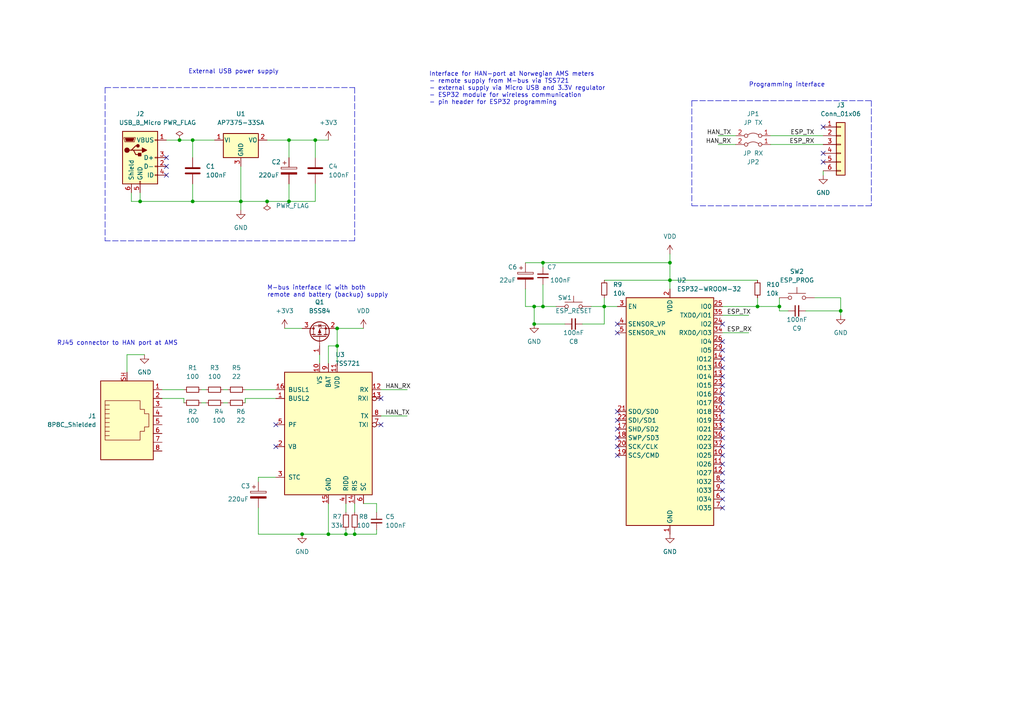
<source format=kicad_sch>
(kicad_sch (version 20211123) (generator eeschema)
  (paper "A4")
  (title_block (title "HAN-port sensor") (date "2022-10-13") (rev "0.1") (company "Robert Braunschweig"))
  (lib_symbols
    (symbol "Connector_Generic:Conn_01x06" (pin_names (offset 1.016) hide)
      (property "Reference" "J" (at 0 7.62 0))
      (property "Value" "Conn_01x06" (at 0 -10.16 0))
      (symbol "Conn_01x06_1_1"
        (rectangle (start -1.27 -7.493) (end 0 -7.747) (stroke (width 0.1524)))
        (rectangle (start -1.27 -4.953) (end 0 -5.207) (stroke (width 0.1524)))
        (rectangle (start -1.27 -2.413) (end 0 -2.667) (stroke (width 0.1524)))
        (rectangle (start -1.27 0.127) (end 0 -0.127) (stroke (width 0.1524)))
        (rectangle (start -1.27 2.667) (end 0 2.413) (stroke (width 0.1524)))
        (rectangle (start -1.27 5.207) (end 0 4.953) (stroke (width 0.1524)))
        (rectangle (start -1.27 6.35) (end 1.27 -8.89) (stroke (width 0.254)) (fill (type background)))
        (pin passive line (at -5.08 5.08 0) (length 3.81) (name "Pin_1") (number "1"))
        (pin passive line (at -5.08 2.54 0) (length 3.81) (name "Pin_2") (number "2"))
        (pin passive line (at -5.08 0 0) (length 3.81) (name "Pin_3") (number "3"))
        (pin passive line (at -5.08 -2.54 0) (length 3.81) (name "Pin_4") (number "4"))
        (pin passive line (at -5.08 -5.08 0) (length 3.81) (name "Pin_5") (number "5"))
        (pin passive line (at -5.08 -7.62 0) (length 3.81) (name "Pin_6") (number "6"))
      )
    )
    (symbol "Device:C" (pin_numbers hide) (pin_names (offset 0.254))
      (property "Reference" "C" (at 0.635 2.54 0))
      (property "Value" "C" (at 0.635 -2.54 0))
      (symbol "C_0_1"
        (polyline (pts (xy -2.032 -0.762) (xy 2.032 -0.762)) (stroke (width 0.508)))
        (polyline (pts (xy -2.032 0.762) (xy 2.032 0.762)) (stroke (width 0.508)))
      )
      (symbol "C_1_1"
        (pin passive line (at 0 3.81 270) (length 2.794) (name "~") (number "1"))
        (pin passive line (at 0 -3.81 90) (length 2.794) (name "~") (number "2"))
      )
    )
    (symbol "Device:C_Polarized" (pin_numbers hide) (pin_names (offset 0.254))
      (property "Reference" "C" (at 0.635 2.54 0))
      (property "Value" "C_Polarized" (at 0.635 -2.54 0))
      (symbol "C_Polarized_0_1"
        (rectangle (start -2.286 0.508) (end 2.286 1.016))
        (polyline (pts (xy -1.778 2.286) (xy -0.762 2.286)))
        (polyline (pts (xy -1.27 2.794) (xy -1.27 1.778)))
        (rectangle (start 2.286 -0.508) (end -2.286 -1.016) (fill (type outline)))
      )
      (symbol "C_Polarized_1_1"
        (pin passive line (at 0 3.81 270) (length 2.794) (name "~") (number "1"))
        (pin passive line (at 0 -3.81 90) (length 2.794) (name "~") (number "2"))
      )
    )
    (symbol "Device:C_Small" (pin_numbers hide) (pin_names (offset 0.254) hide)
      (property "Reference" "C" (at 0.254 1.778 0))
      (property "Value" "C_Small" (at 0.254 -2.032 0))
      (symbol "C_Small_0_1"
        (polyline (pts (xy -1.524 -0.508) (xy 1.524 -0.508)) (stroke (width 0.3302)))
        (polyline (pts (xy -1.524 0.508) (xy 1.524 0.508)) (stroke (width 0.3048)))
      )
      (symbol "C_Small_1_1"
        (pin passive line (at 0 2.54 270) (length 2.032) (name "~") (number "1"))
        (pin passive line (at 0 -2.54 90) (length 2.032) (name "~") (number "2"))
      )
    )
    (symbol "Device:R_Small" (pin_numbers hide) (pin_names (offset 0.254) hide)
      (property "Reference" "R" (at 0.762 0.508 0))
      (property "Value" "R_Small" (at 0.762 -1.016 0))
      (symbol "R_Small_0_1"
        (rectangle (start -0.762 1.778) (end 0.762 -1.778) (stroke (width 0.2032)))
      )
      (symbol "R_Small_1_1"
        (pin passive line (at 0 2.54 270) (length 0.762) (name "~") (number "1"))
        (pin passive line (at 0 -2.54 90) (length 0.762) (name "~") (number "2"))
      )
    )
    (symbol "Jumper:Jumper_2_Bridged" (pin_names (offset 0) hide)
      (property "Reference" "JP" (at 0 1.905 0))
      (property "Value" "Jumper_2_Bridged" (at 0 -2.54 0))
      (symbol "Jumper_2_Bridged_0_0"
        (circle (center -2.032 0) (radius 0.508))
        (circle (center 2.032 0) (radius 0.508))
      )
      (symbol "Jumper_2_Bridged_0_1"
        (arc (start 1.524 0.254) (mid 0 0.762) (end -1.524 0.254))
      )
      (symbol "Jumper_2_Bridged_1_1"
        (pin passive line (at -5.08 0 0) (length 2.54) (name "A") (number "1"))
        (pin passive line (at 5.08 0 180) (length 2.54) (name "B") (number "2"))
      )
    )
    (symbol "RF_Module:ESP32-WROOM-32"
      (property "Reference" "U" (at -12.7 34.29 0))
      (property "Value" "ESP32-WROOM-32" (at 1.27 34.29 0))
      (symbol "ESP32-WROOM-32_0_1"
        (rectangle (start -12.7 33.02) (end 12.7 -33.02) (stroke (width 0.254)) (fill (type background)))
      )
      (symbol "ESP32-WROOM-32_1_1"
        (pin power_in line (at 0 -35.56 90) (length 2.54) (name "GND") (number "1"))
        (pin bidirectional line (at 15.24 -12.7 180) (length 2.54) (name "IO25") (number "10"))
        (pin bidirectional line (at 15.24 -15.24 180) (length 2.54) (name "IO26") (number "11"))
        (pin bidirectional line (at 15.24 -17.78 180) (length 2.54) (name "IO27") (number "12"))
        (pin bidirectional line (at 15.24 10.16 180) (length 2.54) (name "IO14") (number "13"))
        (pin bidirectional line (at 15.24 15.24 180) (length 2.54) (name "IO12") (number "14"))
        (pin passive line (at 0 -35.56 90) (length 2.54) hide (name "GND") (number "15"))
        (pin bidirectional line (at 15.24 12.7 180) (length 2.54) (name "IO13") (number "16"))
        (pin bidirectional line (at -15.24 -5.08 0) (length 2.54) (name "SHD/SD2") (number "17"))
        (pin bidirectional line (at -15.24 -7.62 0) (length 2.54) (name "SWP/SD3") (number "18"))
        (pin bidirectional line (at -15.24 -12.7 0) (length 2.54) (name "SCS/CMD") (number "19"))
        (pin power_in line (at 0 35.56 270) (length 2.54) (name "VDD") (number "2"))
        (pin bidirectional line (at -15.24 -10.16 0) (length 2.54) (name "SCK/CLK") (number "20"))
        (pin bidirectional line (at -15.24 0 0) (length 2.54) (name "SDO/SD0") (number "21"))
        (pin bidirectional line (at -15.24 -2.54 0) (length 2.54) (name "SDI/SD1") (number "22"))
        (pin bidirectional line (at 15.24 7.62 180) (length 2.54) (name "IO15") (number "23"))
        (pin bidirectional line (at 15.24 25.4 180) (length 2.54) (name "IO2") (number "24"))
        (pin bidirectional line (at 15.24 30.48 180) (length 2.54) (name "IO0") (number "25"))
        (pin bidirectional line (at 15.24 20.32 180) (length 2.54) (name "IO4") (number "26"))
        (pin bidirectional line (at 15.24 5.08 180) (length 2.54) (name "IO16") (number "27"))
        (pin bidirectional line (at 15.24 2.54 180) (length 2.54) (name "IO17") (number "28"))
        (pin bidirectional line (at 15.24 17.78 180) (length 2.54) (name "IO5") (number "29"))
        (pin input line (at -15.24 30.48 0) (length 2.54) (name "EN") (number "3"))
        (pin bidirectional line (at 15.24 0 180) (length 2.54) (name "IO18") (number "30"))
        (pin bidirectional line (at 15.24 -2.54 180) (length 2.54) (name "IO19") (number "31"))
        (pin no_connect line (at -12.7 -27.94 0) (length 2.54) hide (name "NC") (number "32"))
        (pin bidirectional line (at 15.24 -5.08 180) (length 2.54) (name "IO21") (number "33"))
        (pin bidirectional line (at 15.24 22.86 180) (length 2.54) (name "RXD0/IO3") (number "34"))
        (pin bidirectional line (at 15.24 27.94 180) (length 2.54) (name "TXD0/IO1") (number "35"))
        (pin bidirectional line (at 15.24 -7.62 180) (length 2.54) (name "IO22") (number "36"))
        (pin bidirectional line (at 15.24 -10.16 180) (length 2.54) (name "IO23") (number "37"))
        (pin passive line (at 0 -35.56 90) (length 2.54) hide (name "GND") (number "38"))
        (pin passive line (at 0 -35.56 90) (length 2.54) hide (name "GND") (number "39"))
        (pin input line (at -15.24 25.4 0) (length 2.54) (name "SENSOR_VP") (number "4"))
        (pin input line (at -15.24 22.86 0) (length 2.54) (name "SENSOR_VN") (number "5"))
        (pin input line (at 15.24 -25.4 180) (length 2.54) (name "IO34") (number "6"))
        (pin input line (at 15.24 -27.94 180) (length 2.54) (name "IO35") (number "7"))
        (pin bidirectional line (at 15.24 -20.32 180) (length 2.54) (name "IO32") (number "8"))
        (pin bidirectional line (at 15.24 -22.86 180) (length 2.54) (name "IO33") (number "9"))
      )
    )
    (symbol "Switch:SW_Push" (pin_numbers hide) (pin_names (offset 1.016) hide)
      (property "Reference" "SW" (at 1.27 2.54 0))
      (property "Value" "SW_Push" (at 0 -1.524 0))
      (symbol "SW_Push_0_1"
        (circle (center -2.032 0) (radius 0.508))
        (polyline (pts (xy 0 1.27) (xy 0 3.048)))
        (polyline (pts (xy 2.54 1.27) (xy -2.54 1.27)))
        (circle (center 2.032 0) (radius 0.508))
        (pin passive line (at -5.08 0 0) (length 2.54) (name "1") (number "1"))
        (pin passive line (at 5.08 0 180) (length 2.54) (name "2") (number "2"))
      )
    )
    (symbol "han_esp32:8P8C_Shielded" (pin_names (offset 1.016))
      (property "Reference" "J" (at -5.08 13.97 0))
      (property "Value" "8P8C_Shielded" (at 2.54 13.97 0))
      (symbol "8P8C_Shielded_0_1"
        (polyline (pts (xy -5.08 4.445) (xy -6.35 4.445)))
        (polyline (pts (xy -5.08 5.715) (xy -6.35 5.715)))
        (polyline (pts (xy -6.35 -3.175) (xy -5.08 -3.175) (xy -5.08 -3.175)))
        (polyline (pts (xy -6.35 -1.905) (xy -5.08 -1.905) (xy -5.08 -1.905)))
        (polyline (pts (xy -6.35 -0.635) (xy -5.08 -0.635) (xy -5.08 -0.635)))
        (polyline (pts (xy -6.35 0.635) (xy -5.08 0.635) (xy -5.08 0.635)))
        (polyline (pts (xy -6.35 1.905) (xy -5.08 1.905) (xy -5.08 1.905)))
        (polyline (pts (xy -5.08 3.175) (xy -6.35 3.175) (xy -6.35 3.175)))
        (polyline (pts (xy -6.35 -4.445) (xy -6.35 6.985) (xy 3.81 6.985) (xy 3.81 4.445) (xy 5.08 4.445) (xy 5.08 3.175) (xy 6.35 3.175) (xy 6.35 -0.635) (xy 5.08 -0.635) (xy 5.08 -1.905) (xy 3.81 -1.905) (xy 3.81 -4.445) (xy -6.35 -4.445) (xy -6.35 -4.445)))
        (rectangle (start 7.62 12.7) (end -7.62 -10.16) (stroke (width 0.254)) (fill (type background)))
      )
      (symbol "8P8C_Shielded_1_1"
        (pin passive line (at 10.16 -7.62 180) (length 2.54) (name "~") (number "1"))
        (pin passive line (at 10.16 -5.08 180) (length 2.54) (name "~") (number "2"))
        (pin passive line (at 10.16 -2.54 180) (length 2.54) (name "~") (number "3"))
        (pin passive line (at 10.16 0 180) (length 2.54) (name "~") (number "4"))
        (pin passive line (at 10.16 2.54 180) (length 2.54) (name "~") (number "5"))
        (pin passive line (at 10.16 5.08 180) (length 2.54) (name "~") (number "6"))
        (pin passive line (at 10.16 7.62 180) (length 2.54) (name "~") (number "7"))
        (pin passive line (at 10.16 10.16 180) (length 2.54) (name "~") (number "8"))
        (pin passive line (at 0 -12.7 90) (length 2.54) (name "~") (number "SH"))
      )
    )
    (symbol "han_esp32:AP7375-33SA" (pin_names (offset 0.254))
      (property "Reference" "U" (at -3.81 3.175 0))
      (property "Value" "AP7375-33SA" (at 0 3.175 0))
      (symbol "AP7375-33SA_0_1"
        (rectangle (start -5.08 1.905) (end 5.08 -5.08) (stroke (width 0.254)) (fill (type background)))
      )
      (symbol "AP7375-33SA_1_1"
        (pin power_in line (at -7.62 0 0) (length 2.54) (name "VI") (number "1"))
        (pin power_out line (at 7.62 0 180) (length 2.54) (name "VO") (number "2"))
        (pin power_in line (at 0 -7.62 90) (length 2.54) (name "GND") (number "3"))
      )
    )
    (symbol "han_esp32:BSS84" (pin_names hide)
      (property "Reference" "Q" (at 5.08 1.905 0))
      (property "Value" "BSS84" (at 5.08 0 0))
      (symbol "BSS84_0_1"
        (polyline (pts (xy 0.254 0) (xy -2.54 0)))
        (polyline (pts (xy 0.254 1.905) (xy 0.254 -1.905)) (stroke (width 0.254)))
        (polyline (pts (xy 0.762 -1.27) (xy 0.762 -2.286)) (stroke (width 0.254)))
        (polyline (pts (xy 0.762 0.508) (xy 0.762 -0.508)) (stroke (width 0.254)))
        (polyline (pts (xy 0.762 2.286) (xy 0.762 1.27)) (stroke (width 0.254)))
        (polyline (pts (xy 2.54 2.54) (xy 2.54 1.778)))
        (polyline (pts (xy 2.54 -2.54) (xy 2.54 0) (xy 0.762 0)))
        (polyline (pts (xy 0.762 1.778) (xy 3.302 1.778) (xy 3.302 -1.778) (xy 0.762 -1.778)))
        (polyline (pts (xy 2.286 0) (xy 1.27 0.381) (xy 1.27 -0.381) (xy 2.286 0)) (fill (type outline)))
        (polyline (pts (xy 2.794 -0.508) (xy 2.921 -0.381) (xy 3.683 -0.381) (xy 3.81 -0.254)))
        (polyline (pts (xy 3.302 -0.381) (xy 2.921 0.254) (xy 3.683 0.254) (xy 3.302 -0.381)))
        (circle (center 1.651 0) (radius 2.794) (stroke (width 0.254)))
        (circle (center 2.54 -1.778) (radius 0.254) (fill (type outline)))
        (circle (center 2.54 1.778) (radius 0.254) (fill (type outline)))
      )
      (symbol "BSS84_1_1"
        (pin input line (at -5.08 0 0) (length 2.54) (name "G") (number "1"))
        (pin passive line (at 2.54 -5.08 90) (length 2.54) (name "S") (number "2"))
        (pin passive line (at 2.54 5.08 270) (length 2.54) (name "D") (number "3"))
      )
    )
    (symbol "han_esp32:TSS721-tss721" (pin_names (offset 1.016))
      (property "Reference" "U" (at 5.08 21.59 0))
      (property "Value" "TSS721-tss721" (at 5.08 19.05 0))
      (symbol "TSS721-tss721_0_1"
        (rectangle (start -12.7 -17.78) (end 12.7 17.78) (stroke (width 0.254)) (fill (type background)))
      )
      (symbol "TSS721-tss721_1_1"
        (pin input line (at -15.24 10.16 0) (length 2.54) (name "BUSL2") (number "1"))
        (pin passive line (at -2.54 20.32 270) (length 2.54) (name "VS") (number "10"))
        (pin power_in line (at 2.54 20.32 270) (length 2.54) (name "VDD") (number "11"))
        (pin input line (at 15.24 12.7 180) (length 2.54) (name "RX") (number "12"))
        (pin input inverted (at 15.24 10.16 180) (length 2.54) (name "RXI") (number "13"))
        (pin input line (at 7.62 -20.32 90) (length 2.54) (name "RIS") (number "14"))
        (pin power_in line (at 0 -20.32 90) (length 2.54) (name "GND") (number "15"))
        (pin input line (at -15.24 12.7 0) (length 2.54) (name "BUSL1") (number "16"))
        (pin passive line (at -15.24 -3.81 0) (length 2.54) (name "VB") (number "2"))
        (pin passive line (at -15.24 -12.7 0) (length 2.54) (name "STC") (number "3"))
        (pin output line (at 5.08 -20.32 90) (length 2.54) (name "RIDD") (number "4"))
        (pin input line (at -15.24 2.54 0) (length 2.54) (name "PF") (number "5"))
        (pin passive line (at 10.16 -20.32 90) (length 2.54) (name "SC") (number "6"))
        (pin output inverted (at 15.24 2.54 180) (length 2.54) (name "TXI") (number "7"))
        (pin output line (at 15.24 5.08 180) (length 2.54) (name "TX") (number "8"))
        (pin input line (at 0 20.32 270) (length 2.54) (name "BAT") (number "9"))
      )
    )
    (symbol "han_esp32:USB_B_Micro" (pin_names (offset 1.016))
      (property "Reference" "J" (at -5.08 11.43 0))
      (property "Value" "USB_B_Micro" (at -5.08 8.89 0))
      (symbol "USB_B_Micro_0_1"
        (rectangle (start -5.08 -7.62) (end 5.08 7.62) (stroke (width 0.254)) (fill (type background)))
        (circle (center -3.81 2.159) (radius 0.635) (stroke (width 0.254)) (fill (type outline)))
        (circle (center -0.635 3.429) (radius 0.381) (stroke (width 0.254)) (fill (type outline)))
        (rectangle (start -0.127 -7.62) (end 0.127 -6.858))
        (polyline (pts (xy -1.905 2.159) (xy 0.635 2.159)) (stroke (width 0.254)))
        (polyline (pts (xy -3.175 2.159) (xy -2.54 2.159) (xy -1.27 3.429) (xy -0.635 3.429)) (stroke (width 0.254)))
        (polyline (pts (xy -2.54 2.159) (xy -1.905 2.159) (xy -1.27 0.889) (xy 0 0.889)) (stroke (width 0.254)))
        (polyline (pts (xy 0.635 2.794) (xy 0.635 1.524) (xy 1.905 2.159) (xy 0.635 2.794)) (stroke (width 0.254)) (fill (type outline)))
        (polyline (pts (xy -4.318 5.588) (xy -1.778 5.588) (xy -2.032 4.826) (xy -4.064 4.826) (xy -4.318 5.588)) (fill (type outline)))
        (polyline (pts (xy -4.699 5.842) (xy -4.699 5.588) (xy -4.445 4.826) (xy -4.445 4.572) (xy -1.651 4.572) (xy -1.651 4.826) (xy -1.397 5.588) (xy -1.397 5.842) (xy -4.699 5.842)))
        (rectangle (start 0.254 1.27) (end -0.508 0.508) (stroke (width 0.254)) (fill (type outline)))
        (rectangle (start 5.08 -5.207) (end 4.318 -4.953))
        (rectangle (start 5.08 -2.667) (end 4.318 -2.413))
        (rectangle (start 5.08 -0.127) (end 4.318 0.127))
        (rectangle (start 5.08 4.953) (end 4.318 5.207))
      )
      (symbol "USB_B_Micro_1_1"
        (pin power_out line (at 7.62 5.08 180) (length 2.54) (name "VBUS") (number "1"))
        (pin bidirectional line (at 7.62 -2.54 180) (length 2.54) (name "D-") (number "2"))
        (pin bidirectional line (at 7.62 0 180) (length 2.54) (name "D+") (number "3"))
        (pin passive line (at 7.62 -5.08 180) (length 2.54) (name "ID") (number "4"))
        (pin power_out line (at 0 -10.16 90) (length 2.54) (name "GND") (number "5"))
        (pin passive line (at -2.54 -10.16 90) (length 2.54) (name "Shield") (number "6"))
      )
    )
    (symbol "power:+3V3" (power) (pin_names (offset 0))
      (property "Value" "+3V3" (at 0 3.556 0))
      (symbol "+3V3_0_1"
        (polyline (pts (xy -0.762 1.27) (xy 0 2.54)))
        (polyline (pts (xy 0 0) (xy 0 2.54)))
        (polyline (pts (xy 0 2.54) (xy 0.762 1.27)))
      )
      (symbol "+3V3_1_1"
        (pin power_in line (at 0 0 90) (length 0) hide (name "+3V3") (number "1"))
      )
    )
    (symbol "power:GND" (power) (pin_names (offset 0))
      (property "Value" "GND" (at 0 -3.81 0))
      (symbol "GND_0_1"
        (polyline (pts (xy 0 0) (xy 0 -1.27) (xy 1.27 -1.27) (xy 0 -2.54) (xy -1.27 -1.27) (xy 0 -1.27)))
      )
      (symbol "GND_1_1"
        (pin power_in line (at 0 0 270) (length 0) hide (name "GND") (number "1"))
      )
    )
    (symbol "power:PWR_FLAG" (power) (pin_numbers hide) (pin_names (offset 0) hide)
      (property "Value" "PWR_FLAG" (at 0 3.81 0))
      (symbol "PWR_FLAG_0_0"
        (pin power_out line (at 0 0 90) (length 0) (name "pwr") (number "1"))
      )
      (symbol "PWR_FLAG_0_1"
        (polyline (pts (xy 0 0) (xy 0 1.27) (xy -1.016 1.905) (xy 0 2.54) (xy 1.016 1.905) (xy 0 1.27)))
      )
    )
    (symbol "power:VDD" (power) (pin_names (offset 0))
      (property "Value" "VDD" (at 0 3.81 0))
      (symbol "VDD_0_1"
        (polyline (pts (xy -0.762 1.27) (xy 0 2.54)))
        (polyline (pts (xy 0 0) (xy 0 2.54)))
        (polyline (pts (xy 0 2.54) (xy 0.762 1.27)))
      )
      (symbol "VDD_1_1"
        (pin power_in line (at 0 0 90) (length 0) hide (name "VDD") (number "1"))
      )
    )
  )
  (junction (at 243.84 90.17))
  (junction (at 157.48 88.9))
  (junction (at 194.31 81.28))
  (junction (at 102.87 154.94))
  (junction (at 55.88 58.42))
  (junction (at 55.88 40.64))
  (junction (at 154.94 88.9))
  (junction (at 219.71 88.9))
  (junction (at 226.06 88.9))
  (junction (at 95.25 154.94))
  (junction (at 154.94 93.98))
  (junction (at 87.63 154.94))
  (junction (at 91.44 40.64))
  (junction (at 77.47 58.42))
  (junction (at 157.48 76.2))
  (junction (at 97.79 95.25))
  (junction (at 97.79 100.33))
  (junction (at 194.31 76.2))
  (junction (at 69.85 58.42))
  (junction (at 175.26 88.9))
  (junction (at 100.33 154.94))
  (junction (at 52.07 40.64))
  (junction (at 40.64 58.42))
  (junction (at 83.82 58.42))
  (junction (at 83.82 40.64))
  (no_connect (at 238.76 46.99))
  (no_connect (at 238.76 36.83))
  (no_connect (at 238.76 44.45))
  (no_connect (at 80.01 123.19))
  (no_connect (at 48.26 45.72))
  (no_connect (at 48.26 48.26))
  (no_connect (at 48.26 50.8))
  (no_connect (at 209.55 93.98))
  (no_connect (at 179.07 132.08))
  (no_connect (at 179.07 121.92))
  (no_connect (at 179.07 124.46))
  (no_connect (at 179.07 127))
  (no_connect (at 179.07 129.54))
  (no_connect (at 209.55 147.32))
  (no_connect (at 209.55 144.78))
  (no_connect (at 209.55 142.24))
  (no_connect (at 209.55 139.7))
  (no_connect (at 209.55 137.16))
  (no_connect (at 209.55 134.62))
  (no_connect (at 209.55 132.08))
  (no_connect (at 209.55 129.54))
  (no_connect (at 209.55 127))
  (no_connect (at 209.55 124.46))
  (no_connect (at 209.55 121.92))
  (no_connect (at 209.55 119.38))
  (no_connect (at 209.55 116.84))
  (no_connect (at 209.55 114.3))
  (no_connect (at 209.55 111.76))
  (no_connect (at 209.55 109.22))
  (no_connect (at 179.07 119.38))
  (no_connect (at 179.07 96.52))
  (no_connect (at 179.07 93.98))
  (no_connect (at 209.55 106.68))
  (no_connect (at 209.55 104.14))
  (no_connect (at 209.55 101.6))
  (no_connect (at 209.55 99.06))
  (no_connect (at 80.01 129.54))
  (no_connect (at 110.49 115.57))
  (no_connect (at 110.49 123.19))
  (wire (pts (xy 209.55 88.9) (xy 219.71 88.9)))
  (wire (pts (xy 209.55 96.52) (xy 217.17 96.52)))
  (wire (pts (xy 238.76 41.91) (xy 223.52 41.91)))
  (wire (pts (xy 64.77 113.03) (xy 66.04 113.03)))
  (wire (pts (xy 175.26 88.9) (xy 175.26 86.36)))
  (wire (pts (xy 157.48 76.2) (xy 157.48 77.47)))
  (wire (pts (xy 52.07 40.64) (xy 55.88 40.64)))
  (wire (pts (xy 97.79 100.33) (xy 97.79 105.41)))
  (polyline (pts (xy 102.87 25.4) (xy 102.87 69.85)))
  (wire (pts (xy 105.41 146.05) (xy 109.22 146.05)))
  (wire (pts (xy 46.99 113.03) (xy 53.34 113.03)))
  (wire (pts (xy 100.33 146.05) (xy 100.33 148.59)))
  (wire (pts (xy 110.49 113.03) (xy 118.11 113.03)))
  (wire (pts (xy 100.33 154.94) (xy 95.25 154.94)))
  (wire (pts (xy 53.34 115.57) (xy 53.34 116.84)))
  (wire (pts (xy 171.45 88.9) (xy 175.26 88.9)))
  (wire (pts (xy 243.84 86.36) (xy 243.84 90.17)))
  (wire (pts (xy 91.44 40.64) (xy 95.25 40.64)))
  (wire (pts (xy 226.06 90.17) (xy 226.06 88.9)))
  (wire (pts (xy 82.55 95.25) (xy 87.63 95.25)))
  (wire (pts (xy 69.85 58.42) (xy 77.47 58.42)))
  (wire (pts (xy 69.85 58.42) (xy 69.85 48.26)))
  (wire (pts (xy 74.93 138.43) (xy 74.93 139.7)))
  (wire (pts (xy 175.26 93.98) (xy 175.26 88.9)))
  (wire (pts (xy 243.84 90.17) (xy 243.84 91.44)))
  (wire (pts (xy 97.79 95.25) (xy 97.79 100.33)))
  (wire (pts (xy 77.47 58.42) (xy 83.82 58.42)))
  (wire (pts (xy 38.1 55.88) (xy 38.1 58.42)))
  (wire (pts (xy 157.48 82.55) (xy 157.48 88.9)))
  (wire (pts (xy 38.1 58.42) (xy 40.64 58.42)))
  (wire (pts (xy 102.87 153.67) (xy 102.87 154.94)))
  (wire (pts (xy 175.26 81.28) (xy 194.31 81.28)))
  (wire (pts (xy 168.91 93.98) (xy 175.26 93.98)))
  (polyline (pts (xy 200.66 29.21) (xy 200.66 59.69)))
  (wire (pts (xy 152.4 83.82) (xy 152.4 88.9)))
  (wire (pts (xy 209.55 91.44) (xy 217.17 91.44)))
  (wire (pts (xy 238.76 49.53) (xy 238.76 50.8)))
  (wire (pts (xy 154.94 88.9) (xy 157.48 88.9)))
  (wire (pts (xy 219.71 88.9) (xy 226.06 88.9)))
  (wire (pts (xy 109.22 146.05) (xy 109.22 148.59)))
  (wire (pts (xy 36.83 102.87) (xy 41.91 102.87)))
  (wire (pts (xy 74.93 154.94) (xy 74.93 147.32)))
  (wire (pts (xy 91.44 53.34) (xy 91.44 58.42)))
  (wire (pts (xy 71.12 115.57) (xy 80.01 115.57)))
  (wire (pts (xy 194.31 76.2) (xy 194.31 73.66)))
  (wire (pts (xy 226.06 88.9) (xy 226.06 86.36)))
  (wire (pts (xy 154.94 93.98) (xy 163.83 93.98)))
  (wire (pts (xy 110.49 120.65) (xy 118.11 120.65)))
  (wire (pts (xy 40.64 58.42) (xy 40.64 55.88)))
  (wire (pts (xy 175.26 88.9) (xy 179.07 88.9)))
  (wire (pts (xy 194.31 81.28) (xy 194.31 76.2)))
  (wire (pts (xy 95.25 100.33) (xy 97.79 100.33)))
  (wire (pts (xy 97.79 95.25) (xy 105.41 95.25)))
  (wire (pts (xy 83.82 40.64) (xy 91.44 40.64)))
  (wire (pts (xy 228.6 90.17) (xy 226.06 90.17)))
  (wire (pts (xy 58.42 116.84) (xy 59.69 116.84)))
  (wire (pts (xy 152.4 88.9) (xy 154.94 88.9)))
  (wire (pts (xy 95.25 154.94) (xy 87.63 154.94)))
  (wire (pts (xy 71.12 116.84) (xy 71.12 115.57)))
  (wire (pts (xy 102.87 154.94) (xy 100.33 154.94)))
  (wire (pts (xy 95.25 146.05) (xy 95.25 154.94)))
  (wire (pts (xy 92.71 105.41) (xy 92.71 102.87)))
  (wire (pts (xy 100.33 153.67) (xy 100.33 154.94)))
  (wire (pts (xy 40.64 58.42) (xy 55.88 58.42)))
  (wire (pts (xy 102.87 146.05) (xy 102.87 148.59)))
  (polyline (pts (xy 252.73 29.21) (xy 252.73 59.69)))
  (wire (pts (xy 213.36 39.37) (xy 208.28 39.37)))
  (wire (pts (xy 55.88 40.64) (xy 62.23 40.64)))
  (wire (pts (xy 91.44 58.42) (xy 83.82 58.42)))
  (polyline (pts (xy 30.48 25.4) (xy 102.87 25.4)))
  (wire (pts (xy 74.93 154.94) (xy 87.63 154.94)))
  (wire (pts (xy 194.31 81.28) (xy 219.71 81.28)))
  (wire (pts (xy 109.22 154.94) (xy 102.87 154.94)))
  (polyline (pts (xy 200.66 29.21) (xy 252.73 29.21)))
  (wire (pts (xy 83.82 40.64) (xy 83.82 45.72)))
  (wire (pts (xy 213.36 41.91) (xy 208.28 41.91)))
  (polyline (pts (xy 30.48 25.4) (xy 30.48 69.85)))
  (wire (pts (xy 64.77 116.84) (xy 66.04 116.84)))
  (wire (pts (xy 95.25 105.41) (xy 95.25 100.33)))
  (wire (pts (xy 55.88 53.34) (xy 55.88 58.42)))
  (wire (pts (xy 152.4 76.2) (xy 157.48 76.2)))
  (wire (pts (xy 219.71 86.36) (xy 219.71 88.9)))
  (wire (pts (xy 109.22 153.67) (xy 109.22 154.94)))
  (wire (pts (xy 236.22 86.36) (xy 243.84 86.36)))
  (wire (pts (xy 71.12 113.03) (xy 80.01 113.03)))
  (wire (pts (xy 46.99 115.57) (xy 53.34 115.57)))
  (wire (pts (xy 36.83 107.95) (xy 36.83 102.87)))
  (wire (pts (xy 83.82 58.42) (xy 83.82 53.34)))
  (wire (pts (xy 194.31 81.28) (xy 194.31 83.82)))
  (wire (pts (xy 91.44 45.72) (xy 91.44 40.64)))
  (polyline (pts (xy 102.87 69.85) (xy 30.48 69.85)))
  (wire (pts (xy 55.88 40.64) (xy 55.88 45.72)))
  (wire (pts (xy 69.85 58.42) (xy 69.85 60.96)))
  (wire (pts (xy 77.47 40.64) (xy 83.82 40.64)))
  (wire (pts (xy 157.48 76.2) (xy 194.31 76.2)))
  (wire (pts (xy 157.48 88.9) (xy 161.29 88.9)))
  (wire (pts (xy 55.88 58.42) (xy 69.85 58.42)))
  (wire (pts (xy 154.94 93.98) (xy 154.94 88.9)))
  (wire (pts (xy 48.26 40.64) (xy 52.07 40.64)))
  (wire (pts (xy 58.42 113.03) (xy 59.69 113.03)))
  (wire (pts (xy 233.68 90.17) (xy 243.84 90.17)))
  (wire (pts (xy 238.76 39.37) (xy 223.52 39.37)))
  (wire (pts (xy 80.01 138.43) (xy 74.93 138.43)))
  (polyline (pts (xy 252.73 59.69) (xy 200.66 59.69)))
  (text "RJ45 connector to HAN port at AMS" (at 16.51 100.33 0) (effects (font (size 1.27 1.27)) (justify left bottom)))
  (text "External USB power supply" (at 54.61 21.59 0) (effects (font (size 1.27 1.27)) (justify left bottom)))
  (text "M-bus interface IC with both\nremote and battery (backup) supply" (at 77.47 86.36 0) (effects (font (size 1.27 1.27)) (justify left bottom)))
  (text "Interface for HAN-port at Norwegian AMS meters\n- remote supply from M-bus via TSS721\n- external supply via Micro USB and 3.3V regulator\n- ESP32 module for wireless communication\n- pin header for ESP32 programming" (at 124.46 30.48 0) (effects (font (size 1.27 1.27)) (justify left bottom)))
  (text "Programming interface" (at 217.17 25.4 0) (effects (font (size 1.27 1.27)) (justify left bottom)))
  (label "ESP_RX" (at 236.22 41.91 180))
  (label "ESP_TX" (at 210.82 91.44 0))
  (label "ESP_RX" (at 210.82 96.52 0))
  (label "HAN_RX" (at 111.76 113.03 0))
  (label "HAN_RX" (at 212.09 41.91 180))
  (label "HAN_TX" (at 111.76 120.65 0))
  (label "ESP_TX" (at 236.22 39.37 180))
  (label "HAN_TX" (at 212.09 39.37 180))
  (symbol (lib_id "Device:C") (at 91.44 49.53 0) (unit 1)
    (property "Reference" "C4" (at 95.25 48.2599 0) (effects (justify left)))
    (property "Value" "100nF" (at 95.25 50.7999 0) (effects (justify left)))
    (property "Footprint" "Capacitor_SMD:C_0805_2012Metric_Pad1.18x1.45mm_HandSolder" (effects hide))
  )
  (symbol (lib_id "power:VDD") (at 105.41 95.25 0) (unit 1)
    (property "Reference" "#PWR0105" (effects hide))
    (property "Value" "VDD" (at 105.41 90.17 0))
  )
  (symbol (lib_id "Device:C") (at 55.88 49.53 0) (unit 1)
    (property "Reference" "C1" (at 59.69 48.2599 0) (effects (justify left)))
    (property "Value" "100nF" (at 59.69 50.7999 0) (effects (justify left)))
    (property "Footprint" "Capacitor_SMD:C_0805_2012Metric_Pad1.18x1.45mm_HandSolder" (effects hide))
  )
  (symbol (lib_id "Device:R_Small") (at 100.33 151.13 0) (unit 1)
    (property "Reference" "R7" (at 97.79 149.86 0))
    (property "Value" "33k" (at 97.79 152.4 0))
    (property "Footprint" "Resistor_SMD:R_1206_3216Metric_Pad1.30x1.75mm_HandSolder" (effects hide))
  )
  (symbol (lib_id "Device:R_Small") (at 219.71 83.82 0) (unit 1)
    (property "Reference" "R10" (at 222.25 82.5499 0) (effects (justify left)))
    (property "Value" "10k" (at 222.25 85.0899 0) (effects (justify left)))
    (property "Footprint" "Resistor_SMD:R_1206_3216Metric_Pad1.30x1.75mm_HandSolder" (effects hide))
  )
  (symbol (lib_id "han_esp32:BSS84") (at 92.71 97.79 90) (unit 1)
    (property "Reference" "Q1" (at 92.71 87.63 90))
    (property "Value" "BSS84" (at 92.71 90.17 90))
    (property "Footprint" "Package_TO_SOT_SMD:SOT-23" (effects hide))
    (property "Datasheet" "https://www.diodes.com/assets/Datasheets/BSS84.pdf" (effects hide))
  )
  (symbol (lib_id "Connector_Generic:Conn_01x06") (at 243.84 41.91 0) (unit 1)
    (property "Reference" "J3" (at 243.84 30.48 0))
    (property "Value" "Conn_01x06" (at 243.84 33.02 0))
    (property "Footprint" "Connector_PinHeader_2.54mm:PinHeader_1x06_P2.54mm_Vertical" (effects hide))
  )
  (symbol (lib_id "Device:R_Small") (at 175.26 83.82 0) (unit 1)
    (property "Reference" "R9" (at 177.8 82.5499 0) (effects (justify left)))
    (property "Value" "10k" (at 177.8 85.0899 0) (effects (justify left)))
    (property "Footprint" "Resistor_SMD:R_1206_3216Metric_Pad1.30x1.75mm_HandSolder" (effects hide))
  )
  (symbol (lib_id "han_esp32:8P8C_Shielded") (at 36.83 120.65 0) (mirror x) (unit 1)
    (property "Reference" "J1" (at 27.94 120.6499 0) (effects (justify right)))
    (property "Value" "8P8C_Shielded" (at 27.94 123.1899 0) (effects (justify right)))
    (property "Footprint" "Connector_RJ:RJ45_Amphenol_RJHSE5380" (effects hide))
    (property "Datasheet" "https://cdn.amphenol-cs.com/media/wysiwyg/files/drawing/rjhsexe80.pdf" (effects hide))
  )
  (symbol (lib_id "Switch:SW_Push") (at 166.37 88.9 0) (unit 1)
    (property "Reference" "SW1" (at 163.83 86.36 0))
    (property "Value" "ESP_RESET" (at 166.37 90.17 0))
    (property "Footprint" "Button_Switch_THT:SW_PUSH_6mm" (effects hide))
  )
  (symbol (lib_id "Device:C_Small") (at 166.37 93.98 90) (unit 1)
    (property "Reference" "C8" (at 166.37 99.06 90))
    (property "Value" "100nF" (at 166.37 96.52 90))
    (property "Footprint" "Capacitor_SMD:C_0805_2012Metric_Pad1.18x1.45mm_HandSolder" (effects hide))
  )
  (symbol (lib_id "Device:R_Small") (at 68.58 113.03 90) (unit 1)
    (property "Reference" "R5" (at 68.58 106.68 90))
    (property "Value" "22" (at 68.58 109.22 90))
    (property "Footprint" "Resistor_SMD:R_1206_3216Metric_Pad1.30x1.75mm_HandSolder" (effects hide))
  )
  (symbol (lib_id "Device:C_Polarized") (at 74.93 143.51 0) (unit 1)
    (property "Reference" "C3" (at 69.85 140.97 0) (effects (justify left)))
    (property "Value" "220uF" (at 66.04 144.78 0) (effects (justify left)))
    (property "Footprint" "Capacitor_THT:CP_Radial_D6.3mm_P2.50mm" (effects hide))
  )
  (symbol (lib_id "han_esp32:AP7375-33SA") (at 69.85 40.64 0) (unit 1)
    (property "Reference" "U1" (at 69.85 33.02 0))
    (property "Value" "AP7375-33SA" (at 69.85 35.56 0))
    (property "Footprint" "Package_TO_SOT_SMD:SOT-23" (effects hide))
    (property "Datasheet" "https://www.diodes.com/assets/Datasheets/AP7375.pdf" (effects hide))
  )
  (symbol (lib_id "Device:R_Small") (at 62.23 116.84 90) (unit 1)
    (property "Reference" "R4" (at 63.5 119.38 90))
    (property "Value" "100" (at 63.5 121.92 90))
    (property "Footprint" "Resistor_SMD:R_1206_3216Metric_Pad1.30x1.75mm_HandSolder" (effects hide))
  )
  (symbol (lib_id "power:GND") (at 238.76 50.8 0) (mirror y) (unit 1)
    (property "Reference" "#PWR0107" (effects hide))
    (property "Value" "GND" (at 238.76 55.88 0))
  )
  (symbol (lib_id "Device:R_Small") (at 55.88 116.84 90) (unit 1)
    (property "Reference" "R2" (at 55.88 119.38 90))
    (property "Value" "100" (at 55.88 121.92 90))
    (property "Footprint" "Resistor_SMD:R_1206_3216Metric_Pad1.30x1.75mm_HandSolder" (effects hide))
  )
  (symbol (lib_id "power:GND") (at 69.85 60.96 0) (unit 1)
    (property "Reference" "#PWR0102" (effects hide))
    (property "Value" "GND" (at 69.85 66.04 0))
  )
  (symbol (lib_id "power:+3V3") (at 82.55 95.25 0) (unit 1)
    (property "Reference" "#PWR0104" (effects hide))
    (property "Value" "+3V3" (at 82.55 90.17 0))
  )
  (symbol (lib_id "power:GND") (at 194.31 154.94 0) (unit 1)
    (property "Reference" "#PWR0110" (effects hide))
    (property "Value" "GND" (at 194.31 160.02 0))
  )
  (symbol (lib_id "Device:R_Small") (at 68.58 116.84 90) (unit 1)
    (property "Reference" "R6" (at 69.85 119.38 90))
    (property "Value" "22" (at 69.85 121.92 90))
    (property "Footprint" "Resistor_SMD:R_1206_3216Metric_Pad1.30x1.75mm_HandSolder" (effects hide))
  )
  (symbol (lib_id "power:PWR_FLAG") (at 52.07 40.64 0) (unit 1)
    (property "Reference" "#FLG0101" (effects hide))
    (property "Value" "PWR_FLAG" (at 52.07 35.56 0))
  )
  (symbol (lib_id "power:GND") (at 41.91 102.87 0) (unit 1)
    (property "Reference" "#PWR?" (effects hide))
    (property "Value" "GND" (at 41.91 107.95 0))
  )
  (symbol (lib_id "power:GND") (at 87.63 154.94 0) (unit 1)
    (property "Reference" "#PWR0103" (effects hide))
    (property "Value" "GND" (at 87.63 160.02 0))
  )
  (symbol (lib_id "RF_Module:ESP32-WROOM-32") (at 194.31 119.38 0) (unit 1)
    (property "Reference" "U2" (at 196.3294 81.28 0) (effects (justify left)))
    (property "Value" "ESP32-WROOM-32" (at 196.3294 83.82 0) (effects (justify left)))
    (property "Footprint" "RF_Module:ESP32-WROOM-32" (effects hide))
    (property "Datasheet" "https://www.espressif.com/sites/default/files/documentation/esp32-wroom-32_datasheet_en.pdf" (effects hide))
  )
  (symbol (lib_id "han_esp32:USB_B_Micro") (at 40.64 45.72 0) (unit 1)
    (property "Reference" "J2" (at 40.64 33.02 0))
    (property "Value" "USB_B_Micro" (at 40.64 35.56 0))
    (property "Footprint" "Connector_USB:USB_Micro-B_Amphenol_10118194_Horizontal" (effects hide))
    (property "Datasheet" "https://www.amphenol-cs.com/media/wysiwyg/files/drawing/10118194.pdf" (effects hide))
  )
  (symbol (lib_id "Jumper:Jumper_2_Bridged") (at 218.44 39.37 0) (mirror y) (unit 1)
    (property "Reference" "JP1" (at 218.44 33.02 0))
    (property "Value" "JP TX" (at 218.44 35.56 0))
    (property "Footprint" "Connector_PinHeader_2.54mm:PinHeader_1x02_P2.54mm_Vertical" (effects hide))
  )
  (symbol (lib_id "Device:C_Small") (at 157.48 80.01 0) (unit 1)
    (property "Reference" "C7" (at 160.02 77.47 0))
    (property "Value" "100nF" (at 162.56 81.28 0))
    (property "Footprint" "Capacitor_SMD:C_0805_2012Metric_Pad1.18x1.45mm_HandSolder" (effects hide))
  )
  (symbol (lib_id "power:+3V3") (at 95.25 40.64 0) (unit 1)
    (property "Reference" "#PWR0101" (effects hide))
    (property "Value" "+3V3" (at 95.25 35.56 0))
  )
  (symbol (lib_id "power:GND") (at 243.84 91.44 0) (unit 1)
    (property "Reference" "#PWR0108" (effects hide))
    (property "Value" "GND" (at 243.84 96.52 0))
  )
  (symbol (lib_id "Device:C_Small") (at 109.22 151.13 0) (unit 1)
    (property "Reference" "C5" (at 111.76 149.8662 0) (effects (justify left)))
    (property "Value" "100nF" (at 111.76 152.4062 0) (effects (justify left)))
    (property "Footprint" "Capacitor_SMD:C_0805_2012Metric_Pad1.18x1.45mm_HandSolder" (effects hide))
  )
  (symbol (lib_id "Jumper:Jumper_2_Bridged") (at 218.44 41.91 0) (mirror y) (unit 1)
    (property "Reference" "JP2" (at 218.44 46.99 0))
    (property "Value" "JP RX" (at 218.44 44.45 0))
    (property "Footprint" "Connector_PinHeader_2.54mm:PinHeader_1x02_P2.54mm_Vertical" (effects hide))
  )
  (symbol (lib_id "han_esp32:TSS721-tss721") (at 95.25 125.73 0) (unit 1)
    (property "Reference" "U3" (at 97.2694 102.87 0) (effects (justify left)))
    (property "Value" "TSS721" (at 97.2694 105.41 0) (effects (justify left)))
    (property "Footprint" "Package_SO:SOIC-16_3.9x9.9mm_P1.27mm" (effects hide))
    (property "Datasheet" "https://www.ti.com/lit/ds/symlink/tss721a.pdf" (effects hide))
  )
  (symbol (lib_id "power:VDD") (at 194.31 73.66 0) (unit 1)
    (property "Reference" "#PWR0109" (effects hide))
    (property "Value" "VDD" (at 194.31 68.58 0))
  )
  (symbol (lib_id "Device:R_Small") (at 102.87 151.13 180) (unit 1)
    (property "Reference" "R8" (at 105.41 149.86 0))
    (property "Value" "100" (at 105.41 152.4 0))
    (property "Footprint" "Resistor_SMD:R_1206_3216Metric_Pad1.30x1.75mm_HandSolder" (effects hide))
  )
  (symbol (lib_id "Device:C_Polarized") (at 83.82 49.53 0) (unit 1)
    (property "Reference" "C2" (at 78.74 46.99 0) (effects (justify left)))
    (property "Value" "220uF" (at 74.93 50.8 0) (effects (justify left)))
    (property "Footprint" "Capacitor_THT:CP_Radial_D6.3mm_P2.50mm" (effects hide))
  )
  (symbol (lib_id "power:GND") (at 154.94 93.98 0) (unit 1)
    (property "Reference" "#PWR0106" (effects hide))
    (property "Value" "GND" (at 154.94 99.06 0))
  )
  (symbol (lib_id "power:PWR_FLAG") (at 77.47 58.42 180) (unit 1)
    (property "Reference" "#FLG0102" (effects hide))
    (property "Value" "PWR_FLAG" (at 80.01 59.6899 0) (effects (justify right)))
  )
  (symbol (lib_id "Device:R_Small") (at 62.23 113.03 90) (unit 1)
    (property "Reference" "R3" (at 62.23 106.68 90))
    (property "Value" "100" (at 62.23 109.22 90))
    (property "Footprint" "Resistor_SMD:R_1206_3216Metric_Pad1.30x1.75mm_HandSolder" (effects hide))
  )
  (symbol (lib_id "Device:C_Polarized") (at 152.4 80.01 0) (unit 1)
    (property "Reference" "C6" (at 147.32 77.47 0) (effects (justify left)))
    (property "Value" "22uF" (at 144.78 81.28 0) (effects (justify left)))
    (property "Footprint" "Capacitor_THT:CP_Radial_D5.0mm_P2.00mm" (effects hide))
  )
  (symbol (lib_id "Device:R_Small") (at 55.88 113.03 90) (unit 1)
    (property "Reference" "R1" (at 55.88 106.68 90))
    (property "Value" "100" (at 55.88 109.22 90))
    (property "Footprint" "Resistor_SMD:R_1206_3216Metric_Pad1.30x1.75mm_HandSolder" (effects hide))
  )
  (symbol (lib_id "Device:C_Small") (at 231.14 90.17 90) (unit 1)
    (property "Reference" "C9" (at 231.14 95.25 90))
    (property "Value" "100nF" (at 231.14 92.71 90))
    (property "Footprint" "Capacitor_SMD:C_0805_2012Metric_Pad1.18x1.45mm_HandSolder" (effects hide))
  )
  (symbol (lib_id "Switch:SW_Push") (at 231.14 86.36 0) (unit 1)
    (property "Reference" "SW2" (at 231.14 78.74 0))
    (property "Value" "ESP_PROG" (at 231.14 81.28 0))
    (property "Footprint" "Button_Switch_THT:SW_PUSH_6mm" (effects hide))
  )
)
</source>
